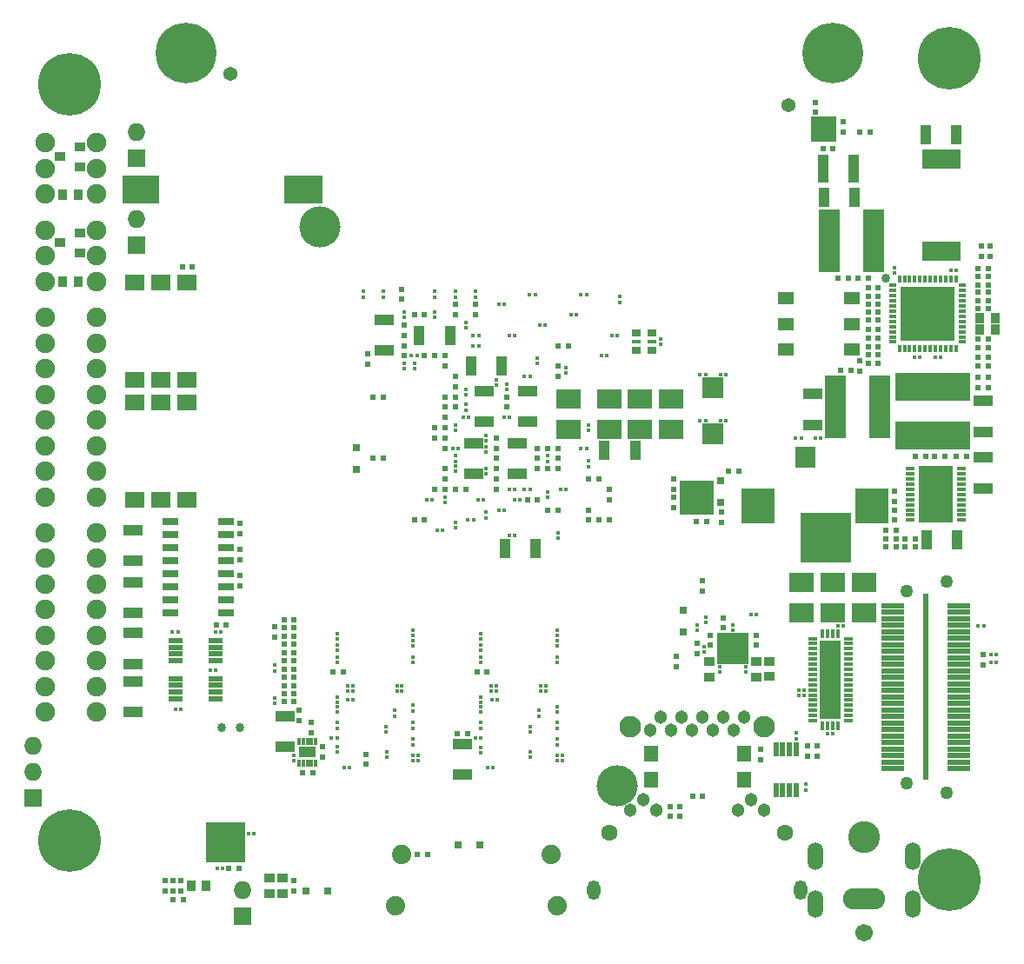
<source format=gbr>
G04 #@! TF.FileFunction,Soldermask,Bot*
%FSLAX46Y46*%
G04 Gerber Fmt 4.6, Leading zero omitted, Abs format (unit mm)*
G04 Created by KiCad (PCBNEW 4.0.6) date Mon May 22 11:22:16 2017*
%MOMM*%
%LPD*%
G01*
G04 APERTURE LIST*
%ADD10C,0.101600*%
%ADD11R,1.701600X1.701600*%
%ADD12C,1.301600*%
%ADD13C,2.101600*%
%ADD14O,1.301600X1.901600*%
%ADD15C,1.601600*%
%ADD16R,0.401600X0.381600*%
%ADD17R,0.381600X0.401600*%
%ADD18R,1.901600X1.101600*%
%ADD19R,1.101600X1.901600*%
%ADD20R,0.601600X0.601600*%
%ADD21R,2.331600X1.901600*%
%ADD22R,0.901600X1.001600*%
%ADD23R,1.001600X0.901600*%
%ADD24R,0.685800X0.787400*%
%ADD25R,0.787400X0.685800*%
%ADD26C,1.270000*%
%ADD27R,2.260600X0.508000*%
%ADD28R,0.609600X18.135600*%
%ADD29C,1.879600*%
%ADD30R,1.752600X1.752600*%
%ADD31O,1.752600X1.752600*%
%ADD32R,3.201600X3.401600*%
%ADD33R,2.101600X6.101600*%
%ADD34R,7.401600X2.701600*%
%ADD35R,3.701600X1.901600*%
%ADD36R,1.101600X2.701600*%
%ADD37C,0.863600*%
%ADD38R,0.331600X0.801600*%
%ADD39R,0.851600X1.001600*%
%ADD40R,0.951600X0.381600*%
%ADD41R,1.181600X0.881600*%
%ADD42R,1.401600X1.601600*%
%ADD43R,0.351600X0.801600*%
%ADD44R,0.801600X0.351600*%
%ADD45R,1.389100X1.389100*%
%ADD46R,1.101600X1.351600*%
%ADD47R,0.951600X0.401600*%
%ADD48R,0.401600X0.951600*%
%ADD49R,1.351600X1.351600*%
%ADD50R,1.101600X1.101600*%
%ADD51R,1.601600X0.701600*%
%ADD52R,1.881600X1.621600*%
%ADD53R,1.451600X0.551600*%
%ADD54R,1.101600X0.901600*%
%ADD55R,1.601600X1.601600*%
%ADD56R,0.901600X0.901600*%
%ADD57R,0.551600X1.451600*%
%ADD58R,0.951600X0.751600*%
%ADD59R,0.951600X0.351600*%
%ADD60C,1.371600*%
%ADD61C,5.901600*%
%ADD62C,1.901600*%
%ADD63R,3.761600X2.701600*%
%ADD64R,3.641600X2.701600*%
%ADD65R,1.601600X1.301600*%
%ADD66C,1.701600*%
%ADD67C,3.101600*%
%ADD68O,1.501600X2.701600*%
%ADD69O,4.101600X2.101600*%
%ADD70C,6.101600*%
%ADD71C,4.000000*%
G04 APERTURE END LIST*
D10*
D11*
X95400000Y-78700000D03*
X97000000Y-78700000D03*
X95400000Y-77100000D03*
X97000000Y-77100000D03*
D12*
X91661000Y-100596000D03*
X93693000Y-100596000D03*
X95725000Y-100596000D03*
X97757000Y-100596000D03*
X99789000Y-100596000D03*
X92677000Y-99326000D03*
X94709000Y-99326000D03*
X96741000Y-99326000D03*
X98773000Y-99326000D03*
X100805000Y-99326000D03*
D13*
X89733000Y-100206000D03*
X102733000Y-100206000D03*
D12*
X89723000Y-108346000D03*
X90993000Y-107326000D03*
X92263000Y-108346000D03*
X100203000Y-108346000D03*
X101473000Y-107326000D03*
X102743000Y-108346000D03*
D14*
X86148000Y-116156000D03*
X106318000Y-116156000D03*
D15*
X104768000Y-110556000D03*
X87698000Y-110556000D03*
D16*
X62200000Y-96765000D03*
X62200000Y-96235000D03*
X66000000Y-103165000D03*
X66000000Y-102635000D03*
D17*
X61835000Y-104200000D03*
X62365000Y-104200000D03*
D16*
X65900000Y-100765000D03*
X65900000Y-100235000D03*
X61200000Y-102135000D03*
X61200000Y-102665000D03*
X66800000Y-98635000D03*
X66800000Y-99165000D03*
X61200000Y-91135000D03*
X61200000Y-91665000D03*
D17*
X61165000Y-101300000D03*
X60635000Y-101300000D03*
D16*
X68600000Y-91835000D03*
X68600000Y-92365000D03*
X61200000Y-97335000D03*
X61200000Y-97865000D03*
X61200000Y-100365000D03*
X61200000Y-99835000D03*
X68600000Y-93435000D03*
X68600000Y-93965000D03*
D17*
X62235000Y-97600000D03*
X62765000Y-97600000D03*
D16*
X61200000Y-98235000D03*
X61200000Y-98765000D03*
X67500000Y-96235000D03*
X67500000Y-96765000D03*
X68600000Y-90835000D03*
X68600000Y-91365000D03*
X62700000Y-96235000D03*
X62700000Y-96765000D03*
X68600000Y-99835000D03*
X68600000Y-100365000D03*
X67000000Y-96765000D03*
X67000000Y-96235000D03*
X61200000Y-93435000D03*
X61200000Y-93965000D03*
X68600000Y-101965000D03*
X68600000Y-101435000D03*
X69100000Y-103035000D03*
X69100000Y-103565000D03*
X61200000Y-92235000D03*
X61200000Y-92765000D03*
X68600000Y-103565000D03*
X68600000Y-103035000D03*
D18*
X73400000Y-104900000D03*
X73400000Y-101900000D03*
D16*
X76200000Y-96765000D03*
X76200000Y-96235000D03*
X80000000Y-103165000D03*
X80000000Y-102635000D03*
D17*
X75835000Y-104200000D03*
X76365000Y-104200000D03*
D16*
X80000000Y-100765000D03*
X80000000Y-100235000D03*
X75200000Y-102235000D03*
X75200000Y-102765000D03*
X80800000Y-98635000D03*
X80800000Y-99165000D03*
X75200000Y-91135000D03*
X75200000Y-91665000D03*
D17*
X75165000Y-101300000D03*
X74635000Y-101300000D03*
D16*
X82600000Y-91835000D03*
X82600000Y-92365000D03*
X75200000Y-97335000D03*
X75200000Y-97865000D03*
X75200000Y-100365000D03*
X75200000Y-99835000D03*
X82600000Y-93435000D03*
X82600000Y-93965000D03*
D17*
X76235000Y-97600000D03*
X76765000Y-97600000D03*
D16*
X75200000Y-98235000D03*
X75200000Y-98765000D03*
X81500000Y-96235000D03*
X81500000Y-96765000D03*
X82600000Y-90835000D03*
X82600000Y-91365000D03*
X76700000Y-96235000D03*
X76700000Y-96765000D03*
X82600000Y-99835000D03*
X82600000Y-100365000D03*
X81000000Y-96765000D03*
X81000000Y-96235000D03*
X75200000Y-93435000D03*
X75200000Y-93965000D03*
X82600000Y-101965000D03*
X82600000Y-101435000D03*
X83100000Y-103035000D03*
X83100000Y-103565000D03*
X75200000Y-92235000D03*
X75200000Y-92765000D03*
X82600000Y-103565000D03*
X82600000Y-103035000D03*
D18*
X56100000Y-102200000D03*
X56100000Y-99200000D03*
D16*
X55100000Y-94765000D03*
X55100000Y-94235000D03*
X55100000Y-97435000D03*
X55100000Y-97965000D03*
X68600000Y-98665000D03*
X68600000Y-98135000D03*
X82600000Y-98765000D03*
X82600000Y-98235000D03*
D18*
X124100000Y-74000000D03*
X124100000Y-77000000D03*
D19*
X118600000Y-82000000D03*
X121600000Y-82000000D03*
D16*
X57000000Y-103565000D03*
X57000000Y-103035000D03*
D20*
X59800000Y-102200000D03*
X59800000Y-103200000D03*
X115443000Y-77300000D03*
X115443000Y-78300000D03*
X115600000Y-81900000D03*
X114600000Y-81900000D03*
X116500000Y-81900000D03*
X117500000Y-81900000D03*
D21*
X106426000Y-89090000D03*
X106426000Y-86170000D03*
X112522000Y-89090000D03*
X112522000Y-86170000D03*
X109474000Y-89090000D03*
X109474000Y-86170000D03*
D18*
X124100000Y-71500000D03*
X124100000Y-68500000D03*
X107500000Y-70800000D03*
X107500000Y-67800000D03*
D19*
X111600000Y-48700000D03*
X108600000Y-48700000D03*
X118500000Y-42600000D03*
X121500000Y-42600000D03*
D20*
X113900000Y-59100000D03*
X112900000Y-59100000D03*
X124600000Y-62500000D03*
X123600000Y-62500000D03*
X112900000Y-57500000D03*
X113900000Y-57500000D03*
X124579000Y-65100000D03*
X123579000Y-65100000D03*
X112900000Y-59800000D03*
X113900000Y-59800000D03*
X124600000Y-63300000D03*
X123600000Y-63300000D03*
D16*
X115500000Y-56065000D03*
X115500000Y-55535000D03*
D17*
X119965000Y-64200000D03*
X119435000Y-64200000D03*
D20*
X124600000Y-57900000D03*
X123600000Y-57900000D03*
X112900000Y-62400000D03*
X113900000Y-62400000D03*
D22*
X125250000Y-60400000D03*
X123750000Y-60400000D03*
D20*
X124600000Y-55600000D03*
X123600000Y-55600000D03*
X113900000Y-64800000D03*
X112900000Y-64800000D03*
D22*
X125250000Y-61500000D03*
X123750000Y-61500000D03*
D20*
X124600000Y-57200000D03*
X123600000Y-57200000D03*
X113900000Y-63200000D03*
X112900000Y-63200000D03*
D17*
X121465000Y-55800000D03*
X120935000Y-55800000D03*
X117435000Y-64200000D03*
X117965000Y-64200000D03*
X106161000Y-97155000D03*
X106691000Y-97155000D03*
X106161000Y-96647000D03*
X106691000Y-96647000D03*
X110465000Y-90400000D03*
X109935000Y-90400000D03*
X108935000Y-100900000D03*
X109465000Y-100900000D03*
D20*
X51600000Y-114000000D03*
X50600000Y-114000000D03*
X46200000Y-117100000D03*
X45200000Y-117100000D03*
D17*
X108265000Y-72100000D03*
X107735000Y-72100000D03*
X105844757Y-72100000D03*
X106374757Y-72100000D03*
X97065000Y-70400000D03*
X96535000Y-70400000D03*
X98535000Y-70400000D03*
X99065000Y-70400000D03*
X97065000Y-65900000D03*
X96535000Y-65900000D03*
X98535000Y-65900000D03*
X99065000Y-65900000D03*
D20*
X51689000Y-80399000D03*
X51689000Y-81399000D03*
X51689000Y-82939000D03*
X51689000Y-83939000D03*
X51689000Y-85479000D03*
X51689000Y-86479000D03*
X49400000Y-90300000D03*
X50400000Y-90300000D03*
D17*
X48835000Y-94700000D03*
X49365000Y-94700000D03*
X45435000Y-98500000D03*
X45965000Y-98500000D03*
X49865000Y-91000000D03*
X49335000Y-91000000D03*
X45135000Y-91000000D03*
X45665000Y-91000000D03*
D18*
X79700000Y-70500000D03*
X79700000Y-67500000D03*
D21*
X83700000Y-71260000D03*
X83700000Y-68340000D03*
D18*
X75500000Y-70500000D03*
X75500000Y-67500000D03*
D21*
X93700000Y-71260000D03*
X93700000Y-68340000D03*
D18*
X65800000Y-60600000D03*
X65800000Y-63600000D03*
D21*
X87700000Y-71260000D03*
X87700000Y-68340000D03*
X90700000Y-71260000D03*
X90700000Y-68340000D03*
D18*
X78700000Y-72600000D03*
X78700000Y-75600000D03*
X74500000Y-72600000D03*
X74500000Y-75600000D03*
D19*
X74200000Y-65100000D03*
X77200000Y-65100000D03*
X80500000Y-82900000D03*
X77500000Y-82900000D03*
X87200000Y-73300000D03*
X90200000Y-73300000D03*
D17*
X79965000Y-77100000D03*
X79435000Y-77100000D03*
X78435000Y-78100000D03*
X78965000Y-78100000D03*
D19*
X69200000Y-62100000D03*
X72200000Y-62100000D03*
D20*
X96200000Y-80200000D03*
X97200000Y-80200000D03*
X94000000Y-78900000D03*
X94000000Y-77900000D03*
X98600000Y-79300000D03*
X98600000Y-80300000D03*
X94000000Y-76100000D03*
X94000000Y-77100000D03*
D16*
X81700000Y-74365000D03*
X81700000Y-73835000D03*
D23*
X55900000Y-116450000D03*
X55900000Y-114950000D03*
D16*
X97100000Y-89535000D03*
X97100000Y-90065000D03*
X96266000Y-90816000D03*
X96266000Y-90286000D03*
D17*
X101992000Y-89281000D03*
X101462000Y-89281000D03*
D16*
X99700000Y-90335000D03*
X99700000Y-90865000D03*
D20*
X107800000Y-40400000D03*
X107800000Y-39400000D03*
D16*
X98425000Y-94880000D03*
X98425000Y-94350000D03*
X100965000Y-94880000D03*
X100965000Y-94350000D03*
D20*
X110500000Y-41300000D03*
X110500000Y-42300000D03*
D16*
X105900000Y-101365000D03*
X105900000Y-100835000D03*
X106800000Y-106365000D03*
X106800000Y-105835000D03*
X96900000Y-92965000D03*
X96900000Y-92435000D03*
D24*
X75055000Y-111700000D03*
X72945000Y-111700000D03*
D25*
X63100000Y-75155000D03*
X63100000Y-73045000D03*
X98500000Y-78355000D03*
X98500000Y-76245000D03*
D24*
X60255000Y-116200000D03*
X58145000Y-116200000D03*
D25*
X94900000Y-90955000D03*
X94900000Y-88845000D03*
D22*
X46950000Y-115700000D03*
X48450000Y-115700000D03*
X35929000Y-48387000D03*
X34429000Y-48387000D03*
X35929000Y-56896000D03*
X34429000Y-56896000D03*
D23*
X54600000Y-114950000D03*
X54600000Y-116450000D03*
X103300000Y-93850000D03*
X103300000Y-95350000D03*
X101981000Y-93865000D03*
X101981000Y-95365000D03*
X97409000Y-95365000D03*
X97409000Y-93865000D03*
D26*
X116615000Y-105690000D03*
X116615000Y-87021000D03*
D27*
X121758500Y-104293000D03*
X121758500Y-103658000D03*
X121758500Y-103023000D03*
X121758500Y-102388000D03*
X121758500Y-101753000D03*
X121758500Y-101118000D03*
X121758500Y-100483000D03*
X121758500Y-99848000D03*
X121758500Y-99213000D03*
X121758500Y-98578000D03*
X121758500Y-97943000D03*
X121758500Y-97308000D03*
X121758500Y-96673000D03*
X121758500Y-96038000D03*
X121758500Y-95403000D03*
X121758500Y-94768000D03*
X121758500Y-94133000D03*
X121758500Y-93498000D03*
X121758500Y-92863000D03*
X121758500Y-92228000D03*
X121758500Y-91593000D03*
X121758500Y-90958000D03*
X121758500Y-90323000D03*
X121758500Y-89688000D03*
X121758500Y-89053000D03*
X121758500Y-88418000D03*
X115281500Y-104293000D03*
X115281500Y-103658000D03*
X115281500Y-103023000D03*
X115281500Y-102388000D03*
X115281500Y-101753000D03*
X115281500Y-101118000D03*
X115281500Y-100483000D03*
X115281500Y-99848000D03*
X115281500Y-99213000D03*
X115281500Y-98578000D03*
X115281500Y-97943000D03*
X115281500Y-97308000D03*
X115281500Y-96673000D03*
X115281500Y-96038000D03*
X115281500Y-95403000D03*
X115281500Y-94768000D03*
X115281500Y-94133000D03*
X115281500Y-93498000D03*
X115281500Y-92863000D03*
X115281500Y-92228000D03*
X115281500Y-91593000D03*
X115281500Y-90958000D03*
X115281500Y-90323000D03*
X115281500Y-89688000D03*
X115281500Y-89053000D03*
X115281500Y-88418000D03*
D28*
X118520000Y-96355500D03*
D26*
X120552000Y-106642500D03*
X120552000Y-86068500D03*
D29*
X67500000Y-112700000D03*
X82000000Y-112700000D03*
X82600000Y-117650000D03*
X66900000Y-117650000D03*
D30*
X31600000Y-107140000D03*
D31*
X31600000Y-104600000D03*
X31600000Y-102060000D03*
D30*
X52000000Y-118640000D03*
D31*
X52000000Y-116100000D03*
D30*
X41656000Y-44831000D03*
D31*
X41656000Y-42291000D03*
D30*
X41656000Y-53340000D03*
D31*
X41656000Y-50800000D03*
D32*
X113246000Y-78740000D03*
X102146000Y-78740000D03*
D33*
X113450000Y-52900000D03*
X109150000Y-52900000D03*
D34*
X119200000Y-67150000D03*
X119200000Y-71850000D03*
D35*
X120015000Y-53903000D03*
X120015000Y-44903000D03*
D33*
X114050000Y-69100000D03*
X109750000Y-69100000D03*
D20*
X72700000Y-77100000D03*
X73700000Y-77100000D03*
X70700000Y-77100000D03*
X71700000Y-77100000D03*
X56000000Y-91400000D03*
X57000000Y-91400000D03*
X56000000Y-94600000D03*
X57000000Y-94600000D03*
X56000000Y-93000000D03*
X57000000Y-93000000D03*
X56000000Y-90600000D03*
X57000000Y-90600000D03*
X56000000Y-92200000D03*
X57000000Y-92200000D03*
X56000000Y-96200000D03*
X57000000Y-96200000D03*
X56000000Y-89800000D03*
X57000000Y-89800000D03*
X56000000Y-93800000D03*
X57000000Y-93800000D03*
X56000000Y-97000000D03*
X57000000Y-97000000D03*
X56000000Y-97800000D03*
X57000000Y-97800000D03*
X56000000Y-95400000D03*
X57000000Y-95400000D03*
X57500000Y-98600000D03*
X57500000Y-99600000D03*
X75800000Y-94900000D03*
X74800000Y-94900000D03*
X61800000Y-94900000D03*
X60800000Y-94900000D03*
X58800000Y-104700000D03*
X57800000Y-104700000D03*
X122500000Y-73900000D03*
X121500000Y-73900000D03*
X119400000Y-73900000D03*
X120400000Y-73900000D03*
X118483000Y-73914000D03*
X117483000Y-73914000D03*
X115443000Y-80100000D03*
X115443000Y-79100000D03*
X114600000Y-81100000D03*
X115600000Y-81100000D03*
X102400000Y-102400000D03*
X102400000Y-103400000D03*
X115600000Y-82700000D03*
X114600000Y-82700000D03*
X117500000Y-82700000D03*
X116500000Y-82700000D03*
X95800000Y-107000000D03*
X96800000Y-107000000D03*
X112900000Y-58293000D03*
X113900000Y-58293000D03*
X124600000Y-64200000D03*
X123600000Y-64200000D03*
X110000000Y-56500000D03*
X111000000Y-56500000D03*
X111900000Y-56500000D03*
X112900000Y-56500000D03*
X123600000Y-67200000D03*
X123600000Y-66200000D03*
X124600000Y-66200000D03*
X124600000Y-67200000D03*
X124600000Y-56400000D03*
X123600000Y-56400000D03*
X112900000Y-64000000D03*
X113900000Y-64000000D03*
X123600000Y-58700000D03*
X124600000Y-58700000D03*
X113900000Y-60600000D03*
X112900000Y-60600000D03*
X112900000Y-61500000D03*
X113900000Y-61500000D03*
X123900000Y-53400000D03*
X123900000Y-54400000D03*
X124800000Y-54400000D03*
X124800000Y-53400000D03*
X110200000Y-65500000D03*
X111200000Y-65500000D03*
X112100000Y-64600000D03*
X112100000Y-65600000D03*
X124079000Y-93200000D03*
X124079000Y-94200000D03*
X70000000Y-112700000D03*
X69000000Y-112700000D03*
X65700000Y-74100000D03*
X64700000Y-74100000D03*
X71700000Y-65100000D03*
X71700000Y-64100000D03*
X45200000Y-115200000D03*
X45200000Y-116200000D03*
X46000000Y-116200000D03*
X46000000Y-115200000D03*
D18*
X41275000Y-84050000D03*
X41275000Y-81050000D03*
X41275000Y-89130000D03*
X41275000Y-86130000D03*
X41275000Y-94083000D03*
X41275000Y-91083000D03*
X41275000Y-98782000D03*
X41275000Y-95782000D03*
D20*
X67700000Y-63100000D03*
X67700000Y-64100000D03*
X47100000Y-55400000D03*
X46100000Y-55400000D03*
X96800000Y-86000000D03*
X96800000Y-87000000D03*
X87700000Y-78100000D03*
X87700000Y-77100000D03*
X100300000Y-75300000D03*
X99300000Y-75300000D03*
X82700000Y-73100000D03*
X82700000Y-74100000D03*
X81700000Y-75100000D03*
X82700000Y-75100000D03*
X96266000Y-92083000D03*
X96266000Y-93083000D03*
X107900000Y-103100000D03*
X107900000Y-102100000D03*
X107000000Y-103100000D03*
X107000000Y-102100000D03*
X112100000Y-42300000D03*
X113100000Y-42300000D03*
X94600000Y-108900000D03*
X93600000Y-108900000D03*
X94600000Y-108000000D03*
X93600000Y-108000000D03*
X82700000Y-66100000D03*
X82700000Y-65100000D03*
X83700000Y-63100000D03*
X82700000Y-63100000D03*
D36*
X111500000Y-45900000D03*
X108500000Y-45900000D03*
D37*
X51700000Y-100300000D03*
X114600000Y-56500000D03*
X49900000Y-100300000D03*
D38*
X57500000Y-103750000D03*
X57900000Y-103750000D03*
X58300000Y-103750000D03*
X58700000Y-103750000D03*
X59100000Y-103750000D03*
X57500000Y-101650000D03*
X57900000Y-101650000D03*
X58300000Y-101650000D03*
X58700000Y-101650000D03*
X59100000Y-101650000D03*
D39*
X57925000Y-102700000D03*
X58675000Y-102700000D03*
D40*
X121975000Y-77597000D03*
X121975000Y-78097000D03*
X121975000Y-78597000D03*
X121975000Y-79097000D03*
X121975000Y-79597000D03*
X121975000Y-80097000D03*
X121975000Y-77097000D03*
X121975000Y-76597000D03*
X121975000Y-76097000D03*
X121975000Y-75597000D03*
X121975000Y-75097000D03*
X117025000Y-80097000D03*
X117025000Y-79597000D03*
X117025000Y-79097000D03*
X117025000Y-78597000D03*
X117025000Y-78097000D03*
X117025000Y-77597000D03*
X117025000Y-77097000D03*
X117025000Y-76597000D03*
X117025000Y-76097000D03*
X117025000Y-75597000D03*
X117025000Y-75097000D03*
D41*
X120580000Y-79937000D03*
X119500000Y-79937000D03*
X118420000Y-79937000D03*
X120580000Y-79157000D03*
X120580000Y-78377000D03*
X120580000Y-77597000D03*
X120580000Y-76817000D03*
X120580000Y-76037000D03*
X120580000Y-75257000D03*
X119500000Y-75257000D03*
X119500000Y-76037000D03*
X119500000Y-76817000D03*
X119500000Y-77597000D03*
X119500000Y-78377000D03*
X119500000Y-79157000D03*
X118420000Y-79157000D03*
X118420000Y-78377000D03*
X118420000Y-77597000D03*
X118420000Y-76817000D03*
X118420000Y-76037000D03*
X118420000Y-75257000D03*
D42*
X91800000Y-102830000D03*
X91800000Y-105370000D03*
X100800000Y-102830000D03*
X100800000Y-105370000D03*
D43*
X115950000Y-56600000D03*
X116450000Y-56600000D03*
X116950000Y-56600000D03*
X117450000Y-56600000D03*
X117950000Y-56600000D03*
X118450000Y-56600000D03*
X118950000Y-56600000D03*
X119450000Y-56600000D03*
X119950000Y-56600000D03*
X120450000Y-56600000D03*
X120950000Y-56600000D03*
X121450000Y-56600000D03*
D44*
X122100000Y-57250000D03*
X122100000Y-57750000D03*
X122100000Y-58250000D03*
X122100000Y-58750000D03*
X122100000Y-59250000D03*
X122100000Y-59750000D03*
X122100000Y-60250000D03*
X122100000Y-60750000D03*
X122100000Y-61250000D03*
X122100000Y-61750000D03*
X122100000Y-62250000D03*
X122100000Y-62750000D03*
D43*
X121450000Y-63400000D03*
X120950000Y-63400000D03*
X120450000Y-63400000D03*
X119950000Y-63400000D03*
X119450000Y-63400000D03*
X118950000Y-63400000D03*
X118450000Y-63400000D03*
X117950000Y-63400000D03*
X117450000Y-63400000D03*
X116950000Y-63400000D03*
X116450000Y-63400000D03*
X115950000Y-63400000D03*
D44*
X115300000Y-62750000D03*
X115300000Y-62250000D03*
X115300000Y-61750000D03*
X115300000Y-61250000D03*
X115300000Y-60750000D03*
X115300000Y-60250000D03*
X115300000Y-59750000D03*
X115300000Y-59250000D03*
X115300000Y-58750000D03*
X115300000Y-58250000D03*
X115300000Y-57750000D03*
X115300000Y-57250000D03*
D45*
X120631250Y-61931250D03*
X119343750Y-61931250D03*
X118056250Y-61931250D03*
X116768750Y-61931250D03*
X120631250Y-60643750D03*
X119343750Y-60643750D03*
X118056250Y-60643750D03*
X116768750Y-60643750D03*
X120631250Y-59356250D03*
X119343750Y-59356250D03*
X118056250Y-59356250D03*
X116768750Y-59356250D03*
X120631250Y-58068750D03*
X119343750Y-58068750D03*
X118056250Y-58068750D03*
X116768750Y-58068750D03*
D46*
X109720000Y-97506000D03*
D47*
X110945000Y-95631000D03*
X110945000Y-96131000D03*
X110945000Y-96631000D03*
X110945000Y-97131000D03*
X110945000Y-97631000D03*
X110945000Y-98131000D03*
X110945000Y-98631000D03*
X110945000Y-99131000D03*
X110945000Y-99631000D03*
X110945000Y-95131000D03*
X110945000Y-94631000D03*
X110945000Y-94131000D03*
X110945000Y-93631000D03*
X110945000Y-93131000D03*
X110945000Y-92631000D03*
X110945000Y-92131000D03*
X110945000Y-91631000D03*
X107495000Y-95631000D03*
X107495000Y-95131000D03*
X107495000Y-94631000D03*
X107495000Y-94131000D03*
X107495000Y-93631000D03*
X107495000Y-93131000D03*
X107495000Y-92631000D03*
X107495000Y-92131000D03*
X107495000Y-91631000D03*
X107495000Y-96131000D03*
X107495000Y-96631000D03*
X107495000Y-97131000D03*
X107495000Y-97631000D03*
X107495000Y-98131000D03*
X107495000Y-98631000D03*
X107495000Y-99131000D03*
X107495000Y-99631000D03*
D48*
X109970000Y-100106000D03*
X109470000Y-100106000D03*
X108970000Y-100106000D03*
X108470000Y-100106000D03*
X109970000Y-91156000D03*
X109470000Y-91156000D03*
X108970000Y-91156000D03*
X108470000Y-91156000D03*
D46*
X109720000Y-96256000D03*
X109720000Y-98756000D03*
X108720000Y-98756000D03*
X108720000Y-97506000D03*
X108720000Y-96256000D03*
X108720000Y-95006000D03*
X108720000Y-93756000D03*
X108720000Y-92506000D03*
X109720000Y-92506000D03*
X109720000Y-93756000D03*
X109720000Y-95006000D03*
D49*
X49050000Y-110250000D03*
X49050000Y-112750000D03*
X51550000Y-110250000D03*
X50300000Y-112750000D03*
X49050000Y-111500000D03*
X50300000Y-111500000D03*
X51550000Y-111500000D03*
X50300000Y-110250000D03*
X51550000Y-112750000D03*
D50*
X98300000Y-66700000D03*
X98300000Y-67700000D03*
X97300000Y-67700000D03*
X97300000Y-66700000D03*
X98300000Y-71200000D03*
X98300000Y-72200000D03*
X97300000Y-72200000D03*
X97300000Y-71200000D03*
X106300000Y-73500000D03*
X107300000Y-73500000D03*
X107300000Y-74500000D03*
X106300000Y-74500000D03*
D51*
X44925000Y-89154000D03*
X44925000Y-87884000D03*
X44925000Y-86614000D03*
X44925000Y-85344000D03*
X44925000Y-84074000D03*
X44925000Y-82804000D03*
X44925000Y-81534000D03*
X44925000Y-80264000D03*
X50325000Y-80264000D03*
X50325000Y-81534000D03*
X50325000Y-82804000D03*
X50325000Y-84074000D03*
X50325000Y-85344000D03*
X50325000Y-86614000D03*
X50325000Y-87884000D03*
X50325000Y-89154000D03*
D52*
X41460000Y-56938000D03*
X41460000Y-66462000D03*
X44000000Y-66462000D03*
X46540000Y-66462000D03*
X46540000Y-56938000D03*
X44000000Y-56938000D03*
X41460000Y-68638000D03*
X41460000Y-78162000D03*
X44000000Y-78162000D03*
X46540000Y-78162000D03*
X46540000Y-68638000D03*
X44000000Y-68638000D03*
D53*
X49375000Y-97475000D03*
X49375000Y-96825000D03*
X49375000Y-96175000D03*
X49375000Y-95525000D03*
X45425000Y-97475000D03*
X45425000Y-96825000D03*
X45425000Y-96175000D03*
X45425000Y-95525000D03*
X45425000Y-91825000D03*
X45425000Y-92475000D03*
X45425000Y-93125000D03*
X45425000Y-93775000D03*
X49375000Y-91825000D03*
X49375000Y-92475000D03*
X49375000Y-93125000D03*
X49375000Y-93775000D03*
D11*
X108800000Y-81800000D03*
X110400000Y-81800000D03*
X110400000Y-83400000D03*
X108800000Y-83400000D03*
X107200000Y-83400000D03*
X107200000Y-81800000D03*
X107200000Y-80200000D03*
X108800000Y-80200000D03*
X110400000Y-80200000D03*
D54*
X36179000Y-43754000D03*
X34179000Y-44704000D03*
X36179000Y-45654000D03*
X36179000Y-52136000D03*
X34179000Y-53086000D03*
X36179000Y-54036000D03*
D55*
X98945000Y-93333000D03*
X98945000Y-91833000D03*
X100445000Y-91833000D03*
X100445000Y-93333000D03*
D56*
X109385000Y-42837000D03*
X108585000Y-42837000D03*
X107785000Y-42837000D03*
X107785000Y-42037000D03*
X108585000Y-42037000D03*
X109385000Y-42037000D03*
X109385000Y-41237000D03*
X108585000Y-41237000D03*
X107785000Y-41237000D03*
D57*
X105875000Y-102425000D03*
X105225000Y-102425000D03*
X104575000Y-102425000D03*
X103925000Y-102425000D03*
X105875000Y-106375000D03*
X105225000Y-106375000D03*
X104575000Y-106375000D03*
X103925000Y-106375000D03*
D58*
X90325000Y-61875000D03*
X90325000Y-63525000D03*
X91875000Y-61875000D03*
X91875000Y-63525000D03*
D59*
X90325000Y-62700000D03*
X91875000Y-62700000D03*
D60*
X105135700Y-39664700D03*
X50754300Y-36616700D03*
D61*
X46454300Y-34616700D03*
X109455700Y-34616700D03*
D62*
X32719000Y-67865000D03*
X32719000Y-65365000D03*
X32719000Y-62865000D03*
X32719000Y-60365000D03*
X32719000Y-70365000D03*
X32719000Y-72865000D03*
X32719000Y-75365000D03*
X32719000Y-77865000D03*
X37719000Y-60365000D03*
X37719000Y-62865000D03*
X37719000Y-65365000D03*
X37719000Y-67865000D03*
X37719000Y-70365000D03*
X37719000Y-72865000D03*
X37719000Y-75365000D03*
X37719000Y-77865000D03*
X32719000Y-88820000D03*
X32719000Y-86320000D03*
X32719000Y-83820000D03*
X32719000Y-81320000D03*
X32719000Y-91320000D03*
X32719000Y-93820000D03*
X32719000Y-96320000D03*
X32719000Y-98820000D03*
X37719000Y-81320000D03*
X37719000Y-83820000D03*
X37719000Y-86320000D03*
X37719000Y-88820000D03*
X37719000Y-91320000D03*
X37719000Y-93820000D03*
X37719000Y-96320000D03*
X37719000Y-98820000D03*
X32719000Y-56856000D03*
X32719000Y-54356000D03*
X32719000Y-51856000D03*
X37719000Y-51856000D03*
X37719000Y-54356000D03*
X37719000Y-56856000D03*
X32719000Y-48347000D03*
X32719000Y-45847000D03*
X32719000Y-43347000D03*
X37719000Y-43347000D03*
X37719000Y-45847000D03*
X37719000Y-48347000D03*
D17*
X124830000Y-93980000D03*
X125360000Y-93980000D03*
X124830000Y-93218000D03*
X125360000Y-93218000D03*
X123635000Y-90400000D03*
X124165000Y-90400000D03*
D16*
X71700000Y-77835000D03*
X71700000Y-78365000D03*
D17*
X75465000Y-78100000D03*
X74935000Y-78100000D03*
X70935000Y-81100000D03*
X71465000Y-81100000D03*
D16*
X72700000Y-80335000D03*
X72700000Y-80865000D03*
X75700000Y-79335000D03*
X75700000Y-79865000D03*
X81700000Y-77335000D03*
X81700000Y-77865000D03*
D17*
X73935000Y-80100000D03*
X74465000Y-80100000D03*
X69935000Y-78100000D03*
X70465000Y-78100000D03*
D16*
X73700000Y-61365000D03*
X73700000Y-60835000D03*
X72700000Y-70835000D03*
X72700000Y-71365000D03*
X73700000Y-67335000D03*
X73700000Y-67865000D03*
X77700000Y-66835000D03*
X77700000Y-67365000D03*
X72700000Y-74365000D03*
X72700000Y-73835000D03*
X73700000Y-69365000D03*
X73700000Y-68835000D03*
D17*
X79435000Y-66100000D03*
X79965000Y-66100000D03*
D16*
X68700000Y-65365000D03*
X68700000Y-64835000D03*
X76700000Y-66435000D03*
X76700000Y-66965000D03*
X75700000Y-75565000D03*
X75700000Y-75035000D03*
X75700000Y-72935000D03*
X75700000Y-73465000D03*
D17*
X74965000Y-62100000D03*
X74435000Y-62100000D03*
D16*
X72700000Y-74835000D03*
X72700000Y-75365000D03*
D17*
X72435000Y-73100000D03*
X72965000Y-73100000D03*
X73435000Y-70100000D03*
X73965000Y-70100000D03*
X77435000Y-70100000D03*
X77965000Y-70100000D03*
D16*
X67700000Y-65365000D03*
X67700000Y-64835000D03*
D17*
X84935000Y-73100000D03*
X85465000Y-73100000D03*
D16*
X75700000Y-71835000D03*
X75700000Y-72365000D03*
D17*
X74965000Y-63100000D03*
X74435000Y-63100000D03*
X77935000Y-81600000D03*
X78465000Y-81600000D03*
D16*
X82700000Y-81865000D03*
X82700000Y-81335000D03*
D17*
X78465000Y-77100000D03*
X77935000Y-77100000D03*
X76935000Y-79100000D03*
X77465000Y-79100000D03*
X82935000Y-77100000D03*
X83465000Y-77100000D03*
D16*
X85700000Y-74865000D03*
X85700000Y-74335000D03*
X92700000Y-62965000D03*
X92700000Y-62435000D03*
D20*
X64000000Y-103900000D03*
X64000000Y-102900000D03*
X72900000Y-100900000D03*
X73900000Y-100900000D03*
X55100000Y-90500000D03*
X55100000Y-91500000D03*
X58700000Y-99800000D03*
X58700000Y-100800000D03*
X124600000Y-59500000D03*
X123600000Y-59500000D03*
X80700000Y-75100000D03*
X80700000Y-74100000D03*
X77700000Y-69100000D03*
X77700000Y-68100000D03*
X67700000Y-61100000D03*
X67700000Y-62100000D03*
X70700000Y-71100000D03*
X70700000Y-72100000D03*
X81700000Y-73100000D03*
X80700000Y-73100000D03*
X71700000Y-73100000D03*
X71700000Y-72100000D03*
X72700000Y-66100000D03*
X72700000Y-67100000D03*
X76700000Y-77100000D03*
X76700000Y-76100000D03*
X72700000Y-68100000D03*
X72700000Y-69100000D03*
X76700000Y-73100000D03*
X76700000Y-72100000D03*
X71700000Y-76100000D03*
X71700000Y-75100000D03*
X72700000Y-59100000D03*
X72700000Y-60100000D03*
X64200000Y-64900000D03*
X64200000Y-63900000D03*
X74700000Y-59100000D03*
X74700000Y-60100000D03*
X67500000Y-57600000D03*
X67500000Y-58600000D03*
X68700000Y-60100000D03*
X69700000Y-60100000D03*
X69700000Y-64100000D03*
X70700000Y-64100000D03*
X71700000Y-69100000D03*
X71700000Y-68100000D03*
X71700000Y-71100000D03*
X71700000Y-70100000D03*
X79700000Y-78100000D03*
X80700000Y-78100000D03*
X82700000Y-79100000D03*
X81700000Y-79100000D03*
X65700000Y-68100000D03*
X64700000Y-68100000D03*
X69700000Y-80100000D03*
X68700000Y-80100000D03*
X86700000Y-80100000D03*
X87700000Y-80100000D03*
X85700000Y-79100000D03*
X85700000Y-80100000D03*
X85700000Y-76100000D03*
X86700000Y-76100000D03*
X94200000Y-93400000D03*
X94200000Y-94400000D03*
X98800000Y-89600000D03*
X98800000Y-90600000D03*
X102000000Y-92300000D03*
X102000000Y-91300000D03*
X108500000Y-43900000D03*
X109500000Y-43900000D03*
X97500000Y-92300000D03*
X97500000Y-91300000D03*
X44400000Y-115200000D03*
X44400000Y-116200000D03*
X76700000Y-74100000D03*
X76700000Y-75100000D03*
X57000000Y-115200000D03*
X57000000Y-116200000D03*
D16*
X70700000Y-59835000D03*
X70700000Y-60365000D03*
D17*
X68965000Y-64100000D03*
X68435000Y-64100000D03*
D16*
X70700000Y-57835000D03*
X70700000Y-58365000D03*
X67700000Y-59835000D03*
X67700000Y-60365000D03*
X72700000Y-57835000D03*
X72700000Y-58365000D03*
X65700000Y-57835000D03*
X65700000Y-58365000D03*
X74700000Y-57835000D03*
X74700000Y-58365000D03*
X63700000Y-57835000D03*
X63700000Y-58365000D03*
D17*
X85465000Y-58100000D03*
X84935000Y-58100000D03*
X79935000Y-58100000D03*
X80465000Y-58100000D03*
X83935000Y-60100000D03*
X84465000Y-60100000D03*
X76935000Y-59100000D03*
X77465000Y-59100000D03*
D16*
X88700000Y-58335000D03*
X88700000Y-58865000D03*
D17*
X80935000Y-61100000D03*
X81465000Y-61100000D03*
X87935000Y-62100000D03*
X88465000Y-62100000D03*
X77935000Y-62100000D03*
X78465000Y-62100000D03*
D16*
X85700000Y-71365000D03*
X85700000Y-70835000D03*
D17*
X87465000Y-64100000D03*
X86935000Y-64100000D03*
D16*
X83500000Y-65765000D03*
X83500000Y-65235000D03*
X80700000Y-64335000D03*
X80700000Y-64865000D03*
D63*
X57870000Y-47900000D03*
D64*
X42070000Y-47900000D03*
D65*
X104850000Y-58500000D03*
X104850000Y-61000000D03*
X104850000Y-63500000D03*
X111350000Y-58500000D03*
X111350000Y-61000000D03*
X111350000Y-63500000D03*
D17*
X52535000Y-110600000D03*
X53065000Y-110600000D03*
X49535000Y-114000000D03*
X50065000Y-114000000D03*
D66*
X112522000Y-120248000D03*
D67*
X112522000Y-110998000D03*
D68*
X107772000Y-117498000D03*
X107772000Y-112798000D03*
X117272000Y-117498000D03*
X117272000Y-112798000D03*
D69*
X112522000Y-116998000D03*
D70*
X120810000Y-115090000D03*
X35080000Y-111280000D03*
X120810000Y-35080000D03*
X35080000Y-37620000D03*
D71*
X88500000Y-106000000D03*
X59500000Y-51500000D03*
M02*

</source>
